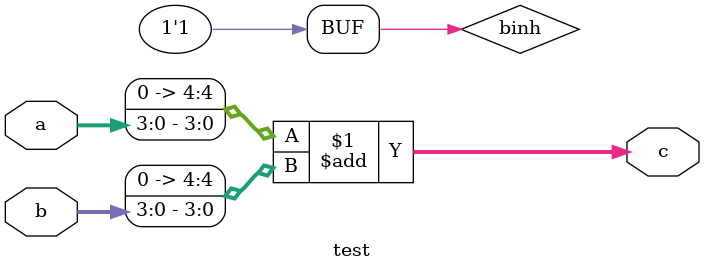
<source format=sv>
/* verilator lint_off UNUSEDSIGNAL */

module test (
    input logic [3:0] a, b,
    output logic [4:0] c
);
    logic abc, binh;
    assign binh =1;
    assign c = {{1'b0,a} + {1'b0,b}};

endmodule
/* verilator lint_off UNUSEDSIGNAL */


</source>
